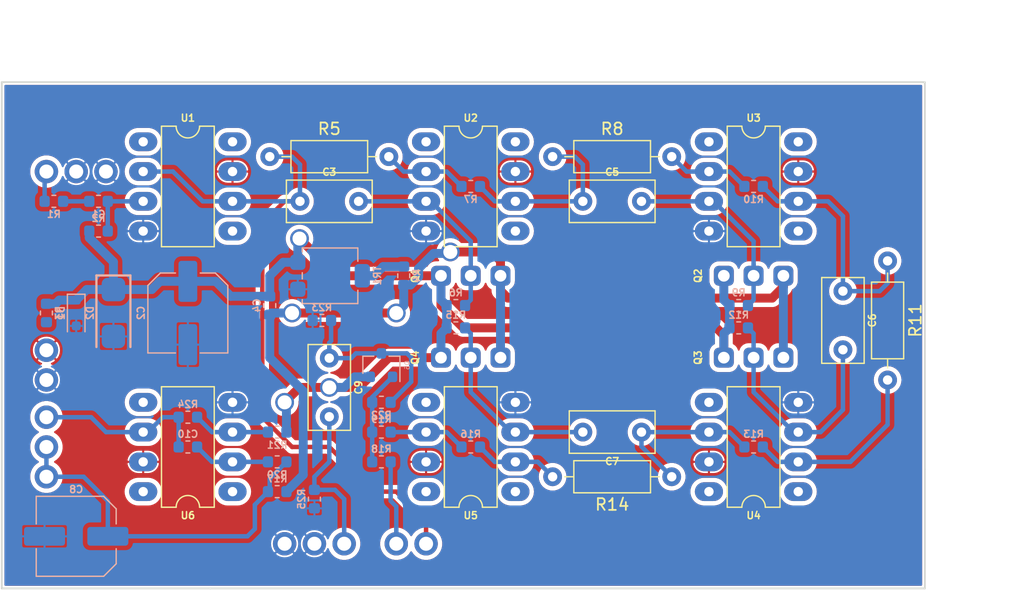
<source format=kicad_pcb>
(kicad_pcb (version 20171130) (host pcbnew "(5.0.2)-1")
  (layers (0 F.Cu signal) (31 B.Cu signal) (34 B.Paste user) (35 F.Paste user) (36 B.SilkS user) (37 F.SilkS user) (38 B.Mask user) (39 F.Mask user) (44 Edge.Cuts user))
  (net 0 "")
  (net 1 "Net-(Q5-Pad1)")
  (net 2 VREF)
  (net 3 "Net-(C9-Pad1)")
  (net 4 "Net-(C5-Pad1)")
  (net 5 "Net-(R10-Pad1)")
  (net 6 "Net-(C6-Pad2)")
  (net 7 "Net-(C1-Pad1)")
  (net 8 "Net-(C1-Pad2)")
  (net 9 +9.0VDC)
  (net 10 "Net-(R4-Pad2)")
  (net 11 VBIAS)
  (net 12 "Net-(C3-Pad1)")
  (net 13 "Net-(R5-Pad2)")
  (net 14 "Net-(C3-Pad2)")
  (net 15 "Net-(R16-Pad2)")
  (net 16 "Net-(R14-Pad2)")
  (net 17 "Net-(C5-Pad2)")
  (net 18 "Net-(C6-Pad1)")
  (net 19 "Net-(R11-Pad2)")
  (net 20 "Net-(C7-Pad1)")
  (net 21 "Net-(C7-Pad2)")
  (net 22 "Net-(C8-Pad1)")
  (net 23 "Net-(C10-Pad1)")
  (net 24 "Net-(R21-Pad1)")
  (net 25 GND)
  (net 26 "Net-(C10-Pad2)")
  (net 27 "Net-(U1-Pad8)")
  (net 28 "Net-(U1-Pad5)")
  (net 29 "Net-(U1-Pad1)")
  (net 30 "Net-(U4-Pad8)")
  (net 31 "Net-(U4-Pad5)")
  (net 32 "Net-(U4-Pad1)")
  (net 33 "Net-(R18-Pad1)")
  (net 34 "Net-(U2-Pad8)")
  (net 35 "Net-(U2-Pad5)")
  (net 36 "Net-(U2-Pad1)")
  (net 37 "Net-(U3-Pad1)")
  (net 38 "Net-(U3-Pad5)")
  (net 39 "Net-(U3-Pad8)")
  (net 40 "Net-(U5-Pad1)")
  (net 41 "Net-(U5-Pad5)")
  (net 42 "Net-(U5-Pad8)")
  (net 43 "Net-(U6-Pad8)")
  (net 44 "Net-(U6-Pad5)")
  (net 45 "Net-(U6-Pad1)")
  (net 46 "Net-(J2-Pad1)")
  (net 47 "Net-(C9-Pad2)")
  (module SA_Connectors_Wire:Wire_Pad_2x_1.2mm_Hole_2.0_Annular_2.54mm_Pitch (layer F.Cu) (at 177.8 137.16 270)
    (fp_text reference J1 hide)
    (fp_text value Conn_01x02 hide)
    (pad 1 thru_hole circle (at -1.27 0 270) (size 2 2) (drill 1.2) (layers *.Cu *.Mask) (net 9 +9.0VDC))
    (pad 2 thru_hole circle (at 1.27 0 270) (size 2 2) (drill 1.2) (layers *.Cu *.Mask) (net 25 GND))
  )
  (module SA_Connectors_Wire:Wire_Pad_3x_1.2mm_Hole_2.0_Annular_2.54mm_Pitch (layer F.Cu) (at 180.34 120.65)
    (fp_text reference J2 hide)
    (fp_text value Conn_01x03 hide)
    (pad 3 thru_hole circle (at 2.54 0) (size 2 2) (drill 1.2) (layers *.Cu *.Mask) (net 25 GND))
    (pad 2 thru_hole circle (at 0 0) (size 2 2) (drill 1.2) (layers *.Cu *.Mask) (net 25 GND))
    (pad 1 thru_hole circle (at -2.54 0) (size 2 2) (drill 1.2) (layers *.Cu *.Mask) (net 46 "Net-(J2-Pad1)"))
  )
  (module SA_Connectors_Wire:Wire_Pad_3x_1.2mm_Hole_2.0_Annular_2.54mm_Pitch (layer F.Cu) (at 200.66 152.4 180)
    (fp_text reference J3 hide)
    (fp_text value Conn_01x03 hide)
    (pad 1 thru_hole circle (at -2.54 0 180) (size 2 2) (drill 1.2) (layers *.Cu *.Mask) (net 47 "Net-(C9-Pad2)"))
    (pad 2 thru_hole circle (at 0 0 180) (size 2 2) (drill 1.2) (layers *.Cu *.Mask) (net 25 GND))
    (pad 3 thru_hole circle (at 2.54 0 180) (size 2 2) (drill 1.2) (layers *.Cu *.Mask) (net 25 GND))
  )
  (module SA_Capacitors_SMD:C_0603_1608M (layer B.Cu) (at 182.245 123.19)
    (fp_text reference C1 (at 0 1.1) (layer B.SilkS) (effects (font (size 0.6 0.6) (thickness 0.127)) (justify mirror)))
    (fp_text value 10n)
    (pad 1 smd roundrect (at -0.7875 0) (size 0.875 0.95) (layers B.Cu B.Paste B.Mask) (net 7 "Net-(C1-Pad1)"))
    (pad 2 smd roundrect (at 0.7875 0) (size 0.875 0.95) (layers B.Cu B.Paste B.Mask) (net 8 "Net-(C1-Pad2)"))
  )
  (module SA_Capacitors_SMD:C_0603_1608M (layer B.Cu) (at 196.85 132.08 270)
    (fp_text reference C4 (at 0 1.1 270) (layer B.SilkS) (effects (font (size 0.6 0.6) (thickness 0.127)) (justify mirror)))
    (fp_text value 47n)
    (pad 2 smd roundrect (at 0.7875 0 270) (size 0.875 0.95) (layers B.Cu B.Paste B.Mask) (net 11 VBIAS))
    (pad 1 smd roundrect (at -0.7875 0 270) (size 0.875 0.95) (layers B.Cu B.Paste B.Mask) (net 2 VREF))
  )
  (module SA_Capacitors_SMD:C_0603_1608M (layer B.Cu) (at 189.865 144.145 180)
    (fp_text reference C10 (at 0 1.1 180) (layer B.SilkS) (effects (font (size 0.6 0.6) (thickness 0.127)) (justify mirror)))
    (fp_text value 10n)
    (pad 1 smd roundrect (at -0.7875 0 180) (size 0.875 0.95) (layers B.Cu B.Paste B.Mask) (net 23 "Net-(C10-Pad1)"))
    (pad 2 smd roundrect (at 0.7875 0 180) (size 0.875 0.95) (layers B.Cu B.Paste B.Mask) (net 26 "Net-(C10-Pad2)"))
  )
  (module SA_Capacitors_SMD:Nichicon_UWT1V220MCL1GB_22uF_35V_6.3x5.4mm (layer B.Cu) (at 189.865 132.715 270)
    (fp_text reference C2 (at 0 4 270) (layer B.SilkS) (effects (font (size 0.6 0.6) (thickness 0.127)) (justify mirror)))
    (fp_text value 15u)
    (pad 2 smd roundrect (at 2.7 0 270) (size 3.5 1.6) (layers B.Cu B.Paste B.Mask) (roundrect_rratio 0.15625) (net 25 GND))
    (pad 1 smd roundrect (at -2.7 0 270) (size 3.5 1.6) (layers B.Cu B.Paste B.Mask) (roundrect_rratio 0.15625) (net 2 VREF))
  )
  (module SA_Capacitors_SMD:Nichicon_UWT1V220MCL1GB_22uF_35V_6.3x5.4mm (layer B.Cu) (at 180.34 151.765 180)
    (fp_text reference C8 (at 0 4 180) (layer B.SilkS) (effects (font (size 0.6 0.6) (thickness 0.127)) (justify mirror)))
    (fp_text value 15u)
    (pad 1 smd roundrect (at -2.7 0 180) (size 3.5 1.6) (layers B.Cu B.Paste B.Mask) (roundrect_rratio 0.15625) (net 22 "Net-(C8-Pad1)"))
    (pad 2 smd roundrect (at 2.7 0 180) (size 3.5 1.6) (layers B.Cu B.Paste B.Mask) (roundrect_rratio 0.15625) (net 25 GND))
  )
  (module SA_Capacitors_THT:Wima_MKS2F024701C00KSSD_47nF_250V_L7.2_W3.5_H8.5_P5.0 (layer F.Cu) (at 226.06 142.875 180)
    (fp_text reference C7 (at 0 -2.5 180) (layer F.SilkS) (effects (font (size 0.6 0.6) (thickness 0.127))))
    (fp_text value 47n)
    (pad 1 thru_hole circle (at -2.5 0 180) (size 1.6 1.6) (drill 0.8) (layers *.Cu *.Mask) (net 20 "Net-(C7-Pad1)"))
    (pad 2 thru_hole circle (at 2.5 0 180) (size 1.6 1.6) (drill 0.8) (layers *.Cu *.Mask) (net 21 "Net-(C7-Pad2)"))
  )
  (module SA_Capacitors_THT:Wima_MKS2F024701C00KSSD_47nF_250V_L7.2_W3.5_H8.5_P5.0 (layer F.Cu) (at 226.06 123.19)
    (fp_text reference C5 (at 0 -2.5) (layer F.SilkS) (effects (font (size 0.6 0.6) (thickness 0.127))))
    (fp_text value 47n)
    (pad 2 thru_hole circle (at 2.5 0) (size 1.6 1.6) (drill 0.8) (layers *.Cu *.Mask) (net 17 "Net-(C5-Pad2)"))
    (pad 1 thru_hole circle (at -2.5 0) (size 1.6 1.6) (drill 0.8) (layers *.Cu *.Mask) (net 4 "Net-(C5-Pad1)"))
  )
  (module SA_Capacitors_THT:Wima_MKS2F024701C00KSSD_47nF_250V_L7.2_W3.5_H8.5_P5.0 (layer F.Cu) (at 245.745 133.35 270)
    (fp_text reference C6 (at 0 -2.5 270) (layer F.SilkS) (effects (font (size 0.6 0.6) (thickness 0.127))))
    (fp_text value 47n)
    (pad 1 thru_hole circle (at -2.5 0 270) (size 1.6 1.6) (drill 0.8) (layers *.Cu *.Mask) (net 18 "Net-(C6-Pad1)"))
    (pad 2 thru_hole circle (at 2.5 0 270) (size 1.6 1.6) (drill 0.8) (layers *.Cu *.Mask) (net 6 "Net-(C6-Pad2)"))
  )
  (module SA_Capacitors_THT:Wima_MKS2F024701C00KSSD_47nF_250V_L7.2_W3.5_H8.5_P5.0 (layer F.Cu) (at 201.93 139.065 270)
    (fp_text reference C9 (at 0 -2.5 270) (layer F.SilkS) (effects (font (size 0.6 0.6) (thickness 0.127))))
    (fp_text value 47n)
    (pad 2 thru_hole circle (at 2.5 0 270) (size 1.6 1.6) (drill 0.8) (layers *.Cu *.Mask) (net 47 "Net-(C9-Pad2)"))
    (pad 1 thru_hole circle (at -2.5 0 270) (size 1.6 1.6) (drill 0.8) (layers *.Cu *.Mask) (net 3 "Net-(C9-Pad1)"))
  )
  (module SA_Capacitors_THT:Wima_MKS2F024701C00KSSD_47nF_250V_L7.2_W3.5_H8.5_P5.0 (layer F.Cu) (at 201.93 123.19)
    (fp_text reference C3 (at 0 -2.5) (layer F.SilkS) (effects (font (size 0.6 0.6) (thickness 0.127))))
    (fp_text value 47n)
    (pad 1 thru_hole circle (at -2.5 0) (size 1.6 1.6) (drill 0.8) (layers *.Cu *.Mask) (net 12 "Net-(C3-Pad1)"))
    (pad 2 thru_hole circle (at 2.5 0) (size 1.6 1.6) (drill 0.8) (layers *.Cu *.Mask) (net 14 "Net-(C3-Pad2)"))
  )
  (module SA_Connectors_Pin_Sockets_THT:PinSocket_01x03_P2.54mm (layer F.Cu) (at 213.995 136.525 90)
    (fp_text reference Q4 (at 0 -4.74 90) (layer F.SilkS) (effects (font (size 0.6 0.6) (thickness 0.127))))
    (fp_text value ON_Semi_MMBF5457_SOT-23-3)
    (pad 3 thru_hole roundrect (at 0 2.54 90) (size 1.7 1.7) (drill 1) (layers *.Cu *.Mask) (net 11 VBIAS))
    (pad 2 thru_hole roundrect (at 0 0 90) (size 1.7 1.7) (drill 1) (layers *.Cu *.Mask) (net 21 "Net-(C7-Pad2)"))
    (pad 1 thru_hole roundrect (at 0 -2.54 90) (size 1.7 1.7) (drill 1) (layers *.Cu *.Mask) (net 2 VREF))
  )
  (module SA_Connectors_Pin_Sockets_THT:PinSocket_01x03_P2.54mm (layer F.Cu) (at 238.125 129.54 90)
    (fp_text reference Q2 (at 0 -4.74 90) (layer F.SilkS) (effects (font (size 0.6 0.6) (thickness 0.127))))
    (fp_text value ON_Semi_MMBF5457_SOT-23-3)
    (pad 1 thru_hole roundrect (at 0 -2.54 90) (size 1.7 1.7) (drill 1) (layers *.Cu *.Mask) (net 2 VREF))
    (pad 2 thru_hole roundrect (at 0 0 90) (size 1.7 1.7) (drill 1) (layers *.Cu *.Mask) (net 17 "Net-(C5-Pad2)"))
    (pad 3 thru_hole roundrect (at 0 2.54 90) (size 1.7 1.7) (drill 1) (layers *.Cu *.Mask) (net 11 VBIAS))
  )
  (module SA_Connectors_Pin_Sockets_THT:PinSocket_01x03_P2.54mm (layer F.Cu) (at 213.995 129.54 90)
    (fp_text reference Q1 (at 0 -4.74 90) (layer F.SilkS) (effects (font (size 0.6 0.6) (thickness 0.127))))
    (fp_text value ON_Semi_MMBF5457_SOT-23-3)
    (pad 3 thru_hole roundrect (at 0 2.54 90) (size 1.7 1.7) (drill 1) (layers *.Cu *.Mask) (net 11 VBIAS))
    (pad 2 thru_hole roundrect (at 0 0 90) (size 1.7 1.7) (drill 1) (layers *.Cu *.Mask) (net 14 "Net-(C3-Pad2)"))
    (pad 1 thru_hole roundrect (at 0 -2.54 90) (size 1.7 1.7) (drill 1) (layers *.Cu *.Mask) (net 2 VREF))
  )
  (module SA_Connectors_Pin_Sockets_THT:PinSocket_01x03_P2.54mm (layer F.Cu) (at 238.125 136.525 90)
    (fp_text reference Q3 (at 0 -4.74 90) (layer F.SilkS) (effects (font (size 0.6 0.6) (thickness 0.127))))
    (fp_text value ON_Semi_MMBF5457_SOT-23-3)
    (pad 1 thru_hole roundrect (at 0 -2.54 90) (size 1.7 1.7) (drill 1) (layers *.Cu *.Mask) (net 2 VREF))
    (pad 2 thru_hole roundrect (at 0 0 90) (size 1.7 1.7) (drill 1) (layers *.Cu *.Mask) (net 6 "Net-(C6-Pad2)"))
    (pad 3 thru_hole roundrect (at 0 2.54 90) (size 1.7 1.7) (drill 1) (layers *.Cu *.Mask) (net 11 VBIAS))
  )
  (module SA_Connectors_Wire:Wire_Pad_2x_1.2mm_Hole_2.0_Annular_2.54mm_Pitch (layer F.Cu) (at 208.915 152.4 180)
    (fp_text reference SW1 hide)
    (fp_text value SW_SPST hide)
    (pad 1 thru_hole circle (at -1.27 0 180) (size 2 2) (drill 1.2) (layers *.Cu *.Mask) (net 12 "Net-(C3-Pad1)"))
    (pad 2 thru_hole circle (at 1.27 0 180) (size 2 2) (drill 1.2) (layers *.Cu *.Mask) (net 33 "Net-(R18-Pad1)"))
  )
  (module SA_Connectors_Wire:Wire_Pad_3x_1.2mm_Hole_2.0_Annular_2.54mm_Pitch (layer F.Cu) (at 177.8 144.145 90)
    (fp_text reference RV1 hide)
    (fp_text value 500k hide)
    (pad 1 thru_hole circle (at -2.54 0 90) (size 2 2) (drill 1.2) (layers *.Cu *.Mask) (net 22 "Net-(C8-Pad1)"))
    (pad 2 thru_hole circle (at 0 0 90) (size 2 2) (drill 1.2) (layers *.Cu *.Mask) (net 22 "Net-(C8-Pad1)"))
    (pad 3 thru_hole circle (at 2.54 0 90) (size 2 2) (drill 1.2) (layers *.Cu *.Mask) (net 26 "Net-(C10-Pad2)"))
  )
  (module SA_Diodes_SMD:ON_Semi_1N4148WS_SOD-323F-2 (layer B.Cu) (at 180.34 132.715 270)
    (fp_text reference D1 (at 0 1.3 270) (layer B.SilkS) (effects (font (size 0.6 0.6) (thickness 0.127)) (justify mirror)))
    (fp_text value ON_Semi_1N4148WS)
    (pad 2 smd roundrect (at 1.1 0 270) (size 0.75 0.75) (layers B.Cu B.Paste B.Mask) (net 25 GND))
    (pad 1 smd roundrect (at -1.1 0 270) (size 0.75 0.75) (layers B.Cu B.Paste B.Mask) (net 2 VREF))
  )
  (module SA_Diodes_SMD:ON_Semi_1SMA5918BT3G_SMA_DO-214AC (layer B.Cu) (at 183.515 132.715 270)
    (fp_text reference D2 (at 0 2 270) (layer B.SilkS) (effects (font (size 0.6 0.6) (thickness 0.127)) (justify mirror)))
    (fp_text value ON_Semi_1SMA5918BT3G)
    (pad 2 smd roundrect (at 2 0 270) (size 2 2) (layers B.Cu B.Paste B.Mask) (net 25 GND))
    (pad 1 smd roundrect (at -2 0 270) (size 2 2) (layers B.Cu B.Paste B.Mask) (net 2 VREF))
  )
  (module SA_Packages:DIP-8_W7.62mm_Socketed (layer F.Cu) (at 193.675 147.955 180)
    (fp_text reference U6 (at 3.81 -2.032 180) (layer F.SilkS) (effects (font (size 0.6 0.6) (thickness 0.127))))
    (fp_text value TL061)
    (pad 8 thru_hole oval (at 7.62 0 180) (size 2.4 1.6) (drill 0.8) (layers *.Cu *.Mask) (net 43 "Net-(U6-Pad8)"))
    (pad 4 thru_hole oval (at 0 7.62 180) (size 2.4 1.6) (drill 0.8) (layers *.Cu *.Mask) (net 25 GND))
    (pad 7 thru_hole oval (at 7.62 2.54 180) (size 2.4 1.6) (drill 0.8) (layers *.Cu *.Mask) (net 9 +9.0VDC))
    (pad 3 thru_hole oval (at 0 5.08 180) (size 2.4 1.6) (drill 0.8) (layers *.Cu *.Mask) (net 24 "Net-(R21-Pad1)"))
    (pad 6 thru_hole oval (at 7.62 5.08 180) (size 2.4 1.6) (drill 0.8) (layers *.Cu *.Mask) (net 26 "Net-(C10-Pad2)"))
    (pad 2 thru_hole oval (at 0 2.54 180) (size 2.4 1.6) (drill 0.8) (layers *.Cu *.Mask) (net 23 "Net-(C10-Pad1)"))
    (pad 5 thru_hole oval (at 7.62 7.62 180) (size 2.4 1.6) (drill 0.8) (layers *.Cu *.Mask) (net 44 "Net-(U6-Pad5)"))
    (pad 1 thru_hole oval (at 0 0 180) (size 2.4 1.6) (drill 0.8) (layers *.Cu *.Mask) (net 45 "Net-(U6-Pad1)"))
  )
  (module SA_Packages:DIP-8_W7.62mm_Socketed (layer F.Cu) (at 217.805 147.955 180)
    (fp_text reference U5 (at 3.81 -2.032 180) (layer F.SilkS) (effects (font (size 0.6 0.6) (thickness 0.127))))
    (fp_text value TL061)
    (pad 1 thru_hole oval (at 0 0 180) (size 2.4 1.6) (drill 0.8) (layers *.Cu *.Mask) (net 40 "Net-(U5-Pad1)"))
    (pad 5 thru_hole oval (at 7.62 7.62 180) (size 2.4 1.6) (drill 0.8) (layers *.Cu *.Mask) (net 41 "Net-(U5-Pad5)"))
    (pad 2 thru_hole oval (at 0 2.54 180) (size 2.4 1.6) (drill 0.8) (layers *.Cu *.Mask) (net 16 "Net-(R14-Pad2)"))
    (pad 6 thru_hole oval (at 7.62 5.08 180) (size 2.4 1.6) (drill 0.8) (layers *.Cu *.Mask) (net 15 "Net-(R16-Pad2)"))
    (pad 3 thru_hole oval (at 0 5.08 180) (size 2.4 1.6) (drill 0.8) (layers *.Cu *.Mask) (net 21 "Net-(C7-Pad2)"))
    (pad 7 thru_hole oval (at 7.62 2.54 180) (size 2.4 1.6) (drill 0.8) (layers *.Cu *.Mask) (net 9 +9.0VDC))
    (pad 4 thru_hole oval (at 0 7.62 180) (size 2.4 1.6) (drill 0.8) (layers *.Cu *.Mask) (net 25 GND))
    (pad 8 thru_hole oval (at 7.62 0 180) (size 2.4 1.6) (drill 0.8) (layers *.Cu *.Mask) (net 42 "Net-(U5-Pad8)"))
  )
  (module SA_Packages:DIP-8_W7.62mm_Socketed (layer F.Cu) (at 241.935 147.955 180)
    (fp_text reference U4 (at 3.81 -2.032 180) (layer F.SilkS) (effects (font (size 0.6 0.6) (thickness 0.127))))
    (fp_text value TL061)
    (pad 8 thru_hole oval (at 7.62 0 180) (size 2.4 1.6) (drill 0.8) (layers *.Cu *.Mask) (net 30 "Net-(U4-Pad8)"))
    (pad 4 thru_hole oval (at 0 7.62 180) (size 2.4 1.6) (drill 0.8) (layers *.Cu *.Mask) (net 25 GND))
    (pad 7 thru_hole oval (at 7.62 2.54 180) (size 2.4 1.6) (drill 0.8) (layers *.Cu *.Mask) (net 9 +9.0VDC))
    (pad 3 thru_hole oval (at 0 5.08 180) (size 2.4 1.6) (drill 0.8) (layers *.Cu *.Mask) (net 6 "Net-(C6-Pad2)"))
    (pad 6 thru_hole oval (at 7.62 5.08 180) (size 2.4 1.6) (drill 0.8) (layers *.Cu *.Mask) (net 20 "Net-(C7-Pad1)"))
    (pad 2 thru_hole oval (at 0 2.54 180) (size 2.4 1.6) (drill 0.8) (layers *.Cu *.Mask) (net 19 "Net-(R11-Pad2)"))
    (pad 5 thru_hole oval (at 7.62 7.62 180) (size 2.4 1.6) (drill 0.8) (layers *.Cu *.Mask) (net 31 "Net-(U4-Pad5)"))
    (pad 1 thru_hole oval (at 0 0 180) (size 2.4 1.6) (drill 0.8) (layers *.Cu *.Mask) (net 32 "Net-(U4-Pad1)"))
  )
  (module SA_Packages:DIP-8_W7.62mm_Socketed (layer F.Cu) (at 234.315 118.11)
    (fp_text reference U3 (at 3.81 -2.032) (layer F.SilkS) (effects (font (size 0.6 0.6) (thickness 0.127))))
    (fp_text value TL061)
    (pad 1 thru_hole oval (at 0 0) (size 2.4 1.6) (drill 0.8) (layers *.Cu *.Mask) (net 37 "Net-(U3-Pad1)"))
    (pad 5 thru_hole oval (at 7.62 7.62) (size 2.4 1.6) (drill 0.8) (layers *.Cu *.Mask) (net 38 "Net-(U3-Pad5)"))
    (pad 2 thru_hole oval (at 0 2.54) (size 2.4 1.6) (drill 0.8) (layers *.Cu *.Mask) (net 5 "Net-(R10-Pad1)"))
    (pad 6 thru_hole oval (at 7.62 5.08) (size 2.4 1.6) (drill 0.8) (layers *.Cu *.Mask) (net 18 "Net-(C6-Pad1)"))
    (pad 3 thru_hole oval (at 0 5.08) (size 2.4 1.6) (drill 0.8) (layers *.Cu *.Mask) (net 17 "Net-(C5-Pad2)"))
    (pad 7 thru_hole oval (at 7.62 2.54) (size 2.4 1.6) (drill 0.8) (layers *.Cu *.Mask) (net 9 +9.0VDC))
    (pad 4 thru_hole oval (at 0 7.62) (size 2.4 1.6) (drill 0.8) (layers *.Cu *.Mask) (net 25 GND))
    (pad 8 thru_hole oval (at 7.62 0) (size 2.4 1.6) (drill 0.8) (layers *.Cu *.Mask) (net 39 "Net-(U3-Pad8)"))
  )
  (module SA_Packages:DIP-8_W7.62mm_Socketed (layer F.Cu) (at 210.185 118.11)
    (fp_text reference U2 (at 3.81 -2.032) (layer F.SilkS) (effects (font (size 0.6 0.6) (thickness 0.127))))
    (fp_text value TL061)
    (pad 8 thru_hole oval (at 7.62 0) (size 2.4 1.6) (drill 0.8) (layers *.Cu *.Mask) (net 34 "Net-(U2-Pad8)"))
    (pad 4 thru_hole oval (at 0 7.62) (size 2.4 1.6) (drill 0.8) (layers *.Cu *.Mask) (net 25 GND))
    (pad 7 thru_hole oval (at 7.62 2.54) (size 2.4 1.6) (drill 0.8) (layers *.Cu *.Mask) (net 9 +9.0VDC))
    (pad 3 thru_hole oval (at 0 5.08) (size 2.4 1.6) (drill 0.8) (layers *.Cu *.Mask) (net 14 "Net-(C3-Pad2)"))
    (pad 6 thru_hole oval (at 7.62 5.08) (size 2.4 1.6) (drill 0.8) (layers *.Cu *.Mask) (net 4 "Net-(C5-Pad1)"))
    (pad 2 thru_hole oval (at 0 2.54) (size 2.4 1.6) (drill 0.8) (layers *.Cu *.Mask) (net 13 "Net-(R5-Pad2)"))
    (pad 5 thru_hole oval (at 7.62 7.62) (size 2.4 1.6) (drill 0.8) (layers *.Cu *.Mask) (net 35 "Net-(U2-Pad5)"))
    (pad 1 thru_hole oval (at 0 0) (size 2.4 1.6) (drill 0.8) (layers *.Cu *.Mask) (net 36 "Net-(U2-Pad1)"))
  )
  (module SA_Packages:DIP-8_W7.62mm_Socketed (layer F.Cu) (at 186.055 118.11)
    (fp_text reference U1 (at 3.81 -2.032) (layer F.SilkS) (effects (font (size 0.6 0.6) (thickness 0.127))))
    (fp_text value TL061)
    (pad 1 thru_hole oval (at 0 0) (size 2.4 1.6) (drill 0.8) (layers *.Cu *.Mask) (net 29 "Net-(U1-Pad1)"))
    (pad 5 thru_hole oval (at 7.62 7.62) (size 2.4 1.6) (drill 0.8) (layers *.Cu *.Mask) (net 28 "Net-(U1-Pad5)"))
    (pad 2 thru_hole oval (at 0 2.54) (size 2.4 1.6) (drill 0.8) (layers *.Cu *.Mask) (net 12 "Net-(C3-Pad1)"))
    (pad 6 thru_hole oval (at 7.62 5.08) (size 2.4 1.6) (drill 0.8) (layers *.Cu *.Mask) (net 12 "Net-(C3-Pad1)"))
    (pad 3 thru_hole oval (at 0 5.08) (size 2.4 1.6) (drill 0.8) (layers *.Cu *.Mask) (net 8 "Net-(C1-Pad2)"))
    (pad 7 thru_hole oval (at 7.62 2.54) (size 2.4 1.6) (drill 0.8) (layers *.Cu *.Mask) (net 9 +9.0VDC))
    (pad 4 thru_hole oval (at 0 7.62) (size 2.4 1.6) (drill 0.8) (layers *.Cu *.Mask) (net 25 GND))
    (pad 8 thru_hole oval (at 7.62 0) (size 2.4 1.6) (drill 0.8) (layers *.Cu *.Mask) (net 27 "Net-(U1-Pad8)"))
  )
  (module SA_Potentiometers_SMD:Bourns_3314G-1-104E (layer B.Cu) (at 201.93 129.54 90)
    (fp_text reference TR1 (at 0 4.1 -90) (layer B.SilkS) (effects (font (size 0.6 0.6) (thickness 0.127)) (justify mirror)))
    (fp_text value 250k)
    (pad 3 smd roundrect (at -1.15 -2.685 270) (size 1.3 1.3) (layers B.Cu B.Paste B.Mask) (net 25 GND))
    (pad 2 smd roundrect (at 0 2.815 270) (size 2 1.3) (layers B.Cu B.Paste B.Mask) (net 10 "Net-(R4-Pad2)"))
    (pad 1 smd roundrect (at 1.15 -2.685 270) (size 1.3 1.3) (layers B.Cu B.Paste B.Mask) (net 2 VREF))
  )
  (module SA_Resistors_SMD:R_0603_1608M (layer B.Cu) (at 212.725 133.985 180)
    (fp_text reference R15 (at 0 1.1 180) (layer B.SilkS) (effects (font (size 0.6 0.6) (thickness 0.127)) (justify mirror)))
    (fp_text value 24k)
    (pad 1 smd roundrect (at -0.7875 0 180) (size 0.875 0.95) (layers B.Cu B.Paste B.Mask) (net 21 "Net-(C7-Pad2)"))
    (pad 2 smd roundrect (at 0.7875 0 180) (size 0.875 0.95) (layers B.Cu B.Paste B.Mask) (net 2 VREF))
  )
  (module SA_Resistors_SMD:R_0603_1608M (layer B.Cu) (at 197.485 147.955 180)
    (fp_text reference R17 (at 0 1.1 180) (layer B.SilkS) (effects (font (size 0.6 0.6) (thickness 0.127)) (justify mirror)))
    (fp_text value 3M9)
    (pad 2 smd roundrect (at 0.7875 0 180) (size 0.875 0.95) (layers B.Cu B.Paste B.Mask) (net 22 "Net-(C8-Pad1)"))
    (pad 1 smd roundrect (at -0.7875 0 180) (size 0.875 0.95) (layers B.Cu B.Paste B.Mask) (net 11 VBIAS))
  )
  (module SA_Resistors_SMD:R_0603_1608M (layer B.Cu) (at 206.375 145.415 180)
    (fp_text reference R18 (at 0 1.1 180) (layer B.SilkS) (effects (font (size 0.6 0.6) (thickness 0.127)) (justify mirror)))
    (fp_text value 150k)
    (pad 1 smd roundrect (at -0.7875 0 180) (size 0.875 0.95) (layers B.Cu B.Paste B.Mask) (net 33 "Net-(R18-Pad1)"))
    (pad 2 smd roundrect (at 0.7875 0 180) (size 0.875 0.95) (layers B.Cu B.Paste B.Mask) (net 1 "Net-(Q5-Pad1)"))
  )
  (module SA_Resistors_SMD:R_0603_1608M (layer B.Cu) (at 206.375 142.875 180)
    (fp_text reference R19 (at 0 1.1 180) (layer B.SilkS) (effects (font (size 0.6 0.6) (thickness 0.127)) (justify mirror)))
    (fp_text value 150k)
    (pad 2 smd roundrect (at 0.7875 0 180) (size 0.875 0.95) (layers B.Cu B.Paste B.Mask) (net 1 "Net-(Q5-Pad1)"))
    (pad 1 smd roundrect (at -0.7875 0 180) (size 0.875 0.95) (layers B.Cu B.Paste B.Mask) (net 15 "Net-(R16-Pad2)"))
  )
  (module SA_Resistors_SMD:R_0603_1608M (layer B.Cu) (at 197.485 145.415)
    (fp_text reference R20 (at 0 1.1) (layer B.SilkS) (effects (font (size 0.6 0.6) (thickness 0.127)) (justify mirror)))
    (fp_text value 150k)
    (pad 1 smd roundrect (at -0.7875 0) (size 0.875 0.95) (layers B.Cu B.Paste B.Mask) (net 23 "Net-(C10-Pad1)"))
    (pad 2 smd roundrect (at 0.7875 0) (size 0.875 0.95) (layers B.Cu B.Paste B.Mask) (net 22 "Net-(C8-Pad1)"))
  )
  (module SA_Resistors_SMD:R_0603_1608M (layer B.Cu) (at 197.485 142.875)
    (fp_text reference R21 (at 0 1.1) (layer B.SilkS) (effects (font (size 0.6 0.6) (thickness 0.127)) (justify mirror)))
    (fp_text value 150k)
    (pad 2 smd roundrect (at 0.7875 0) (size 0.875 0.95) (layers B.Cu B.Paste B.Mask) (net 2 VREF))
    (pad 1 smd roundrect (at -0.7875 0) (size 0.875 0.95) (layers B.Cu B.Paste B.Mask) (net 24 "Net-(R21-Pad1)"))
  )
  (module SA_Resistors_SMD:R_0603_1608M (layer B.Cu) (at 206.375 140.335)
    (fp_text reference R22 (at 0 1.1) (layer B.SilkS) (effects (font (size 0.6 0.6) (thickness 0.127)) (justify mirror)))
    (fp_text value 150k)
    (pad 1 smd roundrect (at -0.7875 0) (size 0.875 0.95) (layers B.Cu B.Paste B.Mask) (net 1 "Net-(Q5-Pad1)"))
    (pad 2 smd roundrect (at 0.7875 0) (size 0.875 0.95) (layers B.Cu B.Paste B.Mask) (net 3 "Net-(C9-Pad1)"))
  )
  (module SA_Resistors_SMD:R_0603_1608M (layer B.Cu) (at 201.295 133.35 180)
    (fp_text reference R23 (at 0 1.1 180) (layer B.SilkS) (effects (font (size 0.6 0.6) (thickness 0.127)) (justify mirror)))
    (fp_text value 56k)
    (pad 2 smd roundrect (at 0.7875 0 180) (size 0.875 0.95) (layers B.Cu B.Paste B.Mask) (net 25 GND))
    (pad 1 smd roundrect (at -0.7875 0 180) (size 0.875 0.95) (layers B.Cu B.Paste B.Mask) (net 3 "Net-(C9-Pad1)"))
  )
  (module SA_Resistors_SMD:R_0603_1608M (layer B.Cu) (at 200.66 148.59 270)
    (fp_text reference R25 (at 0 1.1 270) (layer B.SilkS) (effects (font (size 0.6 0.6) (thickness 0.127)) (justify mirror)))
    (fp_text value 150k)
    (pad 1 smd roundrect (at -0.7875 0 270) (size 0.875 0.95) (layers B.Cu B.Paste B.Mask) (net 47 "Net-(C9-Pad2)"))
    (pad 2 smd roundrect (at 0.7875 0 270) (size 0.875 0.95) (layers B.Cu B.Paste B.Mask) (net 25 GND))
  )
  (module SA_Resistors_SMD:R_0603_1608M (layer B.Cu) (at 238.125 144.145 180)
    (fp_text reference R13 (at 0 1.1 180) (layer B.SilkS) (effects (font (size 0.6 0.6) (thickness 0.127)) (justify mirror)))
    (fp_text value 10k)
    (pad 2 smd roundrect (at 0.7875 0 180) (size 0.875 0.95) (layers B.Cu B.Paste B.Mask) (net 20 "Net-(C7-Pad1)"))
    (pad 1 smd roundrect (at -0.7875 0 180) (size 0.875 0.95) (layers B.Cu B.Paste B.Mask) (net 19 "Net-(R11-Pad2)"))
  )
  (module SA_Resistors_SMD:R_0603_1608M (layer B.Cu) (at 189.865 141.605 180)
    (fp_text reference R24 (at 0 1.1 180) (layer B.SilkS) (effects (font (size 0.6 0.6) (thickness 0.127)) (justify mirror)))
    (fp_text value 470k)
    (pad 1 smd roundrect (at -0.7875 0 180) (size 0.875 0.95) (layers B.Cu B.Paste B.Mask) (net 24 "Net-(R21-Pad1)"))
    (pad 2 smd roundrect (at 0.7875 0 180) (size 0.875 0.95) (layers B.Cu B.Paste B.Mask) (net 26 "Net-(C10-Pad2)"))
  )
  (module SA_Resistors_SMD:R_0603_1608M (layer B.Cu) (at 178.435 123.19)
    (fp_text reference R1 (at 0 1.1) (layer B.SilkS) (effects (font (size 0.6 0.6) (thickness 0.127)) (justify mirror)))
    (fp_text value 10k)
    (pad 2 smd roundrect (at 0.7875 0) (size 0.875 0.95) (layers B.Cu B.Paste B.Mask) (net 7 "Net-(C1-Pad1)"))
    (pad 1 smd roundrect (at -0.7875 0) (size 0.875 0.95) (layers B.Cu B.Paste B.Mask) (net 46 "Net-(J2-Pad1)"))
  )
  (module SA_Resistors_SMD:R_0603_1608M (layer B.Cu) (at 236.855 133.985 180)
    (fp_text reference R12 (at 0 1.1 180) (layer B.SilkS) (effects (font (size 0.6 0.6) (thickness 0.127)) (justify mirror)))
    (fp_text value 24k)
    (pad 1 smd roundrect (at -0.7875 0 180) (size 0.875 0.95) (layers B.Cu B.Paste B.Mask) (net 6 "Net-(C6-Pad2)"))
    (pad 2 smd roundrect (at 0.7875 0 180) (size 0.875 0.95) (layers B.Cu B.Paste B.Mask) (net 2 VREF))
  )
  (module SA_Resistors_SMD:R_0603_1608M (layer B.Cu) (at 238.125 121.92)
    (fp_text reference R10 (at 0 1.1) (layer B.SilkS) (effects (font (size 0.6 0.6) (thickness 0.127)) (justify mirror)))
    (fp_text value 10k)
    (pad 2 smd roundrect (at 0.7875 0) (size 0.875 0.95) (layers B.Cu B.Paste B.Mask) (net 18 "Net-(C6-Pad1)"))
    (pad 1 smd roundrect (at -0.7875 0) (size 0.875 0.95) (layers B.Cu B.Paste B.Mask) (net 5 "Net-(R10-Pad1)"))
  )
  (module SA_Resistors_SMD:R_0603_1608M (layer B.Cu) (at 236.855 132.08 180)
    (fp_text reference R9 (at 0 1.1 180) (layer B.SilkS) (effects (font (size 0.6 0.6) (thickness 0.127)) (justify mirror)))
    (fp_text value 24k)
    (pad 1 smd roundrect (at -0.7875 0 180) (size 0.875 0.95) (layers B.Cu B.Paste B.Mask) (net 17 "Net-(C5-Pad2)"))
    (pad 2 smd roundrect (at 0.7875 0 180) (size 0.875 0.95) (layers B.Cu B.Paste B.Mask) (net 2 VREF))
  )
  (module SA_Resistors_SMD:R_0603_1608M (layer B.Cu) (at 213.995 144.145 180)
    (fp_text reference R16 (at 0 1.1 180) (layer B.SilkS) (effects (font (size 0.6 0.6) (thickness 0.127)) (justify mirror)))
    (fp_text value 10k)
    (pad 2 smd roundrect (at 0.7875 0 180) (size 0.875 0.95) (layers B.Cu B.Paste B.Mask) (net 15 "Net-(R16-Pad2)"))
    (pad 1 smd roundrect (at -0.7875 0 180) (size 0.875 0.95) (layers B.Cu B.Paste B.Mask) (net 16 "Net-(R14-Pad2)"))
  )
  (module SA_Resistors_SMD:R_0603_1608M (layer B.Cu) (at 213.995 121.92)
    (fp_text reference R7 (at 0 1.1) (layer B.SilkS) (effects (font (size 0.6 0.6) (thickness 0.127)) (justify mirror)))
    (fp_text value 10k)
    (pad 1 smd roundrect (at -0.7875 0) (size 0.875 0.95) (layers B.Cu B.Paste B.Mask) (net 13 "Net-(R5-Pad2)"))
    (pad 2 smd roundrect (at 0.7875 0) (size 0.875 0.95) (layers B.Cu B.Paste B.Mask) (net 4 "Net-(C5-Pad1)"))
  )
  (module SA_Resistors_SMD:R_0603_1608M (layer B.Cu) (at 212.725 132.08 180)
    (fp_text reference R6 (at 0 1.1 180) (layer B.SilkS) (effects (font (size 0.6 0.6) (thickness 0.127)) (justify mirror)))
    (fp_text value 24k)
    (pad 2 smd roundrect (at 0.7875 0 180) (size 0.875 0.95) (layers B.Cu B.Paste B.Mask) (net 2 VREF))
    (pad 1 smd roundrect (at -0.7875 0 180) (size 0.875 0.95) (layers B.Cu B.Paste B.Mask) (net 14 "Net-(C3-Pad2)"))
  )
  (module SA_Resistors_SMD:R_0603_1608M (layer B.Cu) (at 208.28 129.54 90)
    (fp_text reference R4 (at 0 1.1 90) (layer B.SilkS) (effects (font (size 0.6 0.6) (thickness 0.127)) (justify mirror)))
    (fp_text value 1M)
    (pad 1 smd roundrect (at -0.7875 0 90) (size 0.875 0.95) (layers B.Cu B.Paste B.Mask) (net 11 VBIAS))
    (pad 2 smd roundrect (at 0.7875 0 90) (size 0.875 0.95) (layers B.Cu B.Paste B.Mask) (net 10 "Net-(R4-Pad2)"))
  )
  (module SA_Resistors_SMD:R_0603_1608M (layer B.Cu) (at 177.8 132.715 90)
    (fp_text reference R3 (at 0 1.1 90) (layer B.SilkS) (effects (font (size 0.6 0.6) (thickness 0.127)) (justify mirror)))
    (fp_text value 10k)
    (pad 2 smd roundrect (at 0.7875 0 90) (size 0.875 0.95) (layers B.Cu B.Paste B.Mask) (net 2 VREF))
    (pad 1 smd roundrect (at -0.7875 0 90) (size 0.875 0.95) (layers B.Cu B.Paste B.Mask) (net 9 +9.0VDC))
  )
  (module SA_Resistors_SMD:R_0603_1608M (layer B.Cu) (at 182.245 125.73 180)
    (fp_text reference R2 (at 0 1.1 180) (layer B.SilkS) (effects (font (size 0.6 0.6) (thickness 0.127)) (justify mirror)))
    (fp_text value 470k)
    (pad 1 smd roundrect (at -0.7875 0 180) (size 0.875 0.95) (layers B.Cu B.Paste B.Mask) (net 8 "Net-(C1-Pad2)"))
    (pad 2 smd roundrect (at 0.7875 0 180) (size 0.875 0.95) (layers B.Cu B.Paste B.Mask) (net 2 VREF))
  )
  (module SA_Resistors_THT:R_Axial_DIN0207_L6.3mm_D2.5mm_P10.16mm_Horizontal (layer F.Cu) (at 226.06 146.685 180)
    (fp_text reference R14 (at 0 -2.37 180) (layer F.SilkS))
    (fp_text value 10k)
    (pad 2 thru_hole oval (at 5.08 0 180) (size 1.6 1.6) (drill 0.8) (layers *.Cu *.Mask) (net 16 "Net-(R14-Pad2)"))
    (pad 1 thru_hole circle (at -5.08 0 180) (size 1.6 1.6) (drill 0.8) (layers *.Cu *.Mask) (net 20 "Net-(C7-Pad1)"))
  )
  (module SA_Resistors_THT:R_Axial_DIN0207_L6.3mm_D2.5mm_P10.16mm_Horizontal (layer F.Cu) (at 249.555 133.35 270)
    (fp_text reference R11 (at 0 -2.37 270) (layer F.SilkS))
    (fp_text value 10k)
    (pad 1 thru_hole circle (at -5.08 0 270) (size 1.6 1.6) (drill 0.8) (layers *.Cu *.Mask) (net 18 "Net-(C6-Pad1)"))
    (pad 2 thru_hole oval (at 5.08 0 270) (size 1.6 1.6) (drill 0.8) (layers *.Cu *.Mask) (net 19 "Net-(R11-Pad2)"))
  )
  (module SA_Resistors_THT:R_Axial_DIN0207_L6.3mm_D2.5mm_P10.16mm_Horizontal (layer F.Cu) (at 201.93 119.38)
    (fp_text reference R5 (at 0 -2.37) (layer F.SilkS))
    (fp_text value 10k)
    (pad 2 thru_hole oval (at 5.08 0) (size 1.6 1.6) (drill 0.8) (layers *.Cu *.Mask) (net 13 "Net-(R5-Pad2)"))
    (pad 1 thru_hole circle (at -5.08 0) (size 1.6 1.6) (drill 0.8) (layers *.Cu *.Mask) (net 12 "Net-(C3-Pad1)"))
  )
  (module SA_Resistors_THT:R_Axial_DIN0207_L6.3mm_D2.5mm_P10.16mm_Horizontal (layer F.Cu) (at 226.06 119.38)
    (fp_text reference R8 (at 0 -2.37) (layer F.SilkS))
    (fp_text value 10k)
    (pad 1 thru_hole circle (at -5.08 0) (size 1.6 1.6) (drill 0.8) (layers *.Cu *.Mask) (net 4 "Net-(C5-Pad1)"))
    (pad 2 thru_hole oval (at 5.08 0) (size 1.6 1.6) (drill 0.8) (layers *.Cu *.Mask) (net 5 "Net-(R10-Pad1)"))
  )
  (module SA_Transistors_BJT_SMD:ON_Semi_SMMBT3906LT1G_SOT-23-3 (layer B.Cu) (at 206.375 137.16 90)
    (fp_text reference Q5 (at 0 2.2 90) (layer B.SilkS) (effects (font (size 0.4 0.4) (thickness 0.05)) (justify mirror)))
    (fp_text value ON_Semi_SMMBT3906LT1G)
    (pad 1 smd roundrect (at -1 0.95 90) (size 0.9 0.8) (layers B.Cu B.Paste B.Mask) (net 1 "Net-(Q5-Pad1)"))
    (pad 2 smd roundrect (at -1 -0.95 90) (size 0.9 0.8) (layers B.Cu B.Paste B.Mask) (net 2 VREF))
    (pad 3 smd roundrect (at 1 0 90) (size 0.9 0.8) (layers B.Cu B.Paste B.Mask) (net 3 "Net-(C9-Pad1)"))
  )
  (gr_line (start 173.99 113.03) (end 240.03 113.03) (layer Edge.Cuts) (width 0.15))
  (gr_line (start 173.99 123.19) (end 173.99 113.03) (layer Edge.Cuts) (width 0.15))
  (gr_line (start 173.99 156.21) (end 173.99 123.19) (layer Edge.Cuts) (width 0.15))
  (gr_line (start 191.77 156.21) (end 173.99 156.21) (layer Edge.Cuts) (width 0.15))
  (gr_line (start 252.73 156.21) (end 191.77 156.21) (layer Edge.Cuts) (width 0.15))
  (gr_line (start 252.73 146.05) (end 252.73 156.21) (layer Edge.Cuts) (width 0.15))
  (gr_line (start 252.73 113.03) (end 252.73 146.05) (layer Edge.Cuts) (width 0.15))
  (gr_line (start 240.03 113.03) (end 252.73 113.03) (layer Edge.Cuts) (width 0.15))
  (segment (start 205.5875 140.335) (end 205.5875 142.875) (width 0.381) (layer B.Cu) (net 1))
  (segment (start 205.5875 145.415) (end 205.5875 142.875) (width 0.381) (layer B.Cu) (net 1))
  (segment (start 205.5875 139.8975) (end 207.325 138.16) (width 0.381) (layer B.Cu) (net 1))
  (segment (start 205.5875 140.335) (end 205.5875 139.8975) (width 0.381) (layer B.Cu) (net 1))
  (segment (start 177.8 131.9275) (end 178.5875 131.9275) (width 0.762) (layer B.Cu) (net 2))
  (segment (start 178.9 131.615) (end 180.34 131.615) (width 0.762) (layer B.Cu) (net 2))
  (segment (start 178.5875 131.9275) (end 178.9 131.615) (width 0.762) (layer B.Cu) (net 2))
  (segment (start 181.24 130.715) (end 183.515 130.715) (width 0.762) (layer B.Cu) (net 2))
  (segment (start 180.34 131.615) (end 181.24 130.715) (width 0.762) (layer B.Cu) (net 2))
  (segment (start 183.515 130.715) (end 186.785 130.715) (width 0.762) (layer B.Cu) (net 2))
  (segment (start 187.485 130.015) (end 189.865 130.015) (width 0.762) (layer B.Cu) (net 2))
  (segment (start 186.785 130.715) (end 187.485 130.015) (width 0.762) (layer B.Cu) (net 2))
  (segment (start 211.455 131.5975) (end 211.9375 132.08) (width 0.762) (layer B.Cu) (net 2))
  (segment (start 211.455 129.54) (end 211.455 131.5975) (width 0.762) (layer B.Cu) (net 2))
  (segment (start 211.9375 132.08) (end 211.9375 133.985) (width 0.762) (layer B.Cu) (net 2))
  (segment (start 211.455 134.4675) (end 211.9375 133.985) (width 0.762) (layer B.Cu) (net 2))
  (segment (start 211.455 136.525) (end 211.455 134.4675) (width 0.762) (layer B.Cu) (net 2))
  (segment (start 235.585 131.5975) (end 236.0675 132.08) (width 0.762) (layer B.Cu) (net 2))
  (segment (start 235.585 129.54) (end 235.585 131.5975) (width 0.762) (layer B.Cu) (net 2))
  (segment (start 235.585 134.4675) (end 236.0675 133.985) (width 0.762) (layer B.Cu) (net 2))
  (segment (start 235.585 136.525) (end 235.585 134.4675) (width 0.762) (layer B.Cu) (net 2))
  (segment (start 183.515 128.3625) (end 183.515 130.715) (width 0.762) (layer B.Cu) (net 2))
  (segment (start 181.4575 125.73) (end 181.4575 126.305) (width 0.762) (layer B.Cu) (net 2))
  (segment (start 181.4575 126.305) (end 183.515 128.3625) (width 0.762) (layer B.Cu) (net 2))
  (via (at 199.39 126.365) (size 1.6) (drill 1.2) (layers F.Cu B.Cu) (net 2))
  (segment (start 199.245 128.39) (end 199.245 126.51) (width 0.762) (layer B.Cu) (net 2))
  (segment (start 199.245 126.51) (end 199.39 126.365) (width 0.762) (layer B.Cu) (net 2))
  (segment (start 202.565 129.54) (end 211.455 129.54) (width 0.762) (layer F.Cu) (net 2))
  (segment (start 199.39 126.365) (end 202.565 129.54) (width 0.762) (layer F.Cu) (net 2))
  (segment (start 235.585 134.62) (end 235.585 136.525) (width 0.762) (layer F.Cu) (net 2))
  (segment (start 234.95 133.985) (end 235.585 134.62) (width 0.762) (layer F.Cu) (net 2))
  (segment (start 213.36 133.985) (end 234.95 133.985) (width 0.762) (layer F.Cu) (net 2))
  (segment (start 211.455 129.54) (end 211.455 132.08) (width 0.762) (layer F.Cu) (net 2))
  (segment (start 211.455 132.08) (end 213.36 133.985) (width 0.762) (layer F.Cu) (net 2))
  (via (at 198.12 140.335) (size 1.6) (drill 1.2) (layers F.Cu B.Cu) (net 2))
  (segment (start 198.2725 142.875) (end 198.2725 140.4875) (width 0.762) (layer B.Cu) (net 2))
  (segment (start 198.2725 140.4875) (end 198.12 140.335) (width 0.762) (layer B.Cu) (net 2))
  (segment (start 198.12 140.335) (end 198.919999 139.535001) (width 0.762) (layer F.Cu) (net 2))
  (via (at 201.93 139.065) (size 1.6) (drill 1.2) (layers F.Cu B.Cu) (net 2))
  (segment (start 198.919999 139.535001) (end 199.39 139.065) (width 0.762) (layer F.Cu) (net 2))
  (segment (start 199.39 139.065) (end 201.93 139.065) (width 0.762) (layer F.Cu) (net 2))
  (segment (start 201.93 139.065) (end 203.2 139.065) (width 0.762) (layer B.Cu) (net 2))
  (segment (start 204.105 138.16) (end 205.425 138.16) (width 0.762) (layer B.Cu) (net 2))
  (segment (start 203.2 139.065) (end 204.105 138.16) (width 0.762) (layer B.Cu) (net 2))
  (segment (start 201.93 139.065) (end 204.47 139.065) (width 0.762) (layer F.Cu) (net 2))
  (segment (start 207.01 136.525) (end 211.455 136.525) (width 0.762) (layer F.Cu) (net 2))
  (segment (start 204.47 139.065) (end 207.01 136.525) (width 0.762) (layer F.Cu) (net 2))
  (segment (start 192.245 130.015) (end 189.865 130.015) (width 0.762) (layer B.Cu) (net 2))
  (segment (start 196.85 131.2925) (end 193.5225 131.2925) (width 0.762) (layer B.Cu) (net 2))
  (segment (start 193.5225 131.2925) (end 192.245 130.015) (width 0.762) (layer B.Cu) (net 2))
  (segment (start 198 128.39) (end 199.245 128.39) (width 0.762) (layer B.Cu) (net 2))
  (segment (start 196.85 131.2925) (end 196.85 129.54) (width 0.762) (layer B.Cu) (net 2))
  (segment (start 196.85 129.54) (end 198 128.39) (width 0.762) (layer B.Cu) (net 2))
  (segment (start 236.0675 132.08) (end 236.0675 133.985) (width 0.762) (layer B.Cu) (net 2))
  (segment (start 208.915 138.5825) (end 208.915 136.525) (width 0.381) (layer B.Cu) (net 3))
  (segment (start 207.1625 140.335) (end 208.915 138.5825) (width 0.381) (layer B.Cu) (net 3))
  (segment (start 208.915 136.525) (end 208.55 136.16) (width 0.381) (layer B.Cu) (net 3))
  (segment (start 208.55 136.16) (end 206.375 136.16) (width 0.381) (layer B.Cu) (net 3))
  (segment (start 206.375 136.16) (end 204.2 136.16) (width 0.381) (layer B.Cu) (net 3))
  (segment (start 203.795 136.565) (end 201.93 136.565) (width 0.381) (layer B.Cu) (net 3))
  (segment (start 204.2 136.16) (end 203.795 136.565) (width 0.381) (layer B.Cu) (net 3))
  (segment (start 201.93 136.565) (end 201.93 135.255) (width 0.381) (layer B.Cu) (net 3))
  (segment (start 202.0825 135.1025) (end 202.0825 133.35) (width 0.381) (layer B.Cu) (net 3))
  (segment (start 201.93 135.255) (end 202.0825 135.1025) (width 0.381) (layer B.Cu) (net 3))
  (segment (start 223.56 123.19) (end 217.805 123.19) (width 0.381) (layer B.Cu) (net 4))
  (segment (start 223.56 120.055) (end 223.56 123.19) (width 0.381) (layer B.Cu) (net 4))
  (segment (start 220.98 119.38) (end 222.885 119.38) (width 0.381) (layer B.Cu) (net 4))
  (segment (start 222.885 119.38) (end 223.56 120.055) (width 0.381) (layer B.Cu) (net 4))
  (segment (start 216.0525 123.19) (end 214.7825 121.92) (width 0.381) (layer B.Cu) (net 4))
  (segment (start 217.805 123.19) (end 216.0525 123.19) (width 0.381) (layer B.Cu) (net 4))
  (segment (start 236.0675 120.65) (end 237.3375 121.92) (width 0.381) (layer B.Cu) (net 5))
  (segment (start 234.315 120.65) (end 236.0675 120.65) (width 0.381) (layer B.Cu) (net 5))
  (segment (start 232.41 120.65) (end 231.14 119.38) (width 0.381) (layer B.Cu) (net 5))
  (segment (start 234.315 120.65) (end 232.41 120.65) (width 0.381) (layer B.Cu) (net 5))
  (segment (start 238.125 134.4675) (end 237.6425 133.985) (width 0.381) (layer B.Cu) (net 6))
  (segment (start 238.125 136.525) (end 238.125 134.4675) (width 0.381) (layer B.Cu) (net 6))
  (segment (start 241.535 142.875) (end 238.125 139.465) (width 0.381) (layer B.Cu) (net 6))
  (segment (start 241.935 142.875) (end 241.535 142.875) (width 0.381) (layer B.Cu) (net 6))
  (segment (start 238.125 139.465) (end 238.125 136.525) (width 0.381) (layer B.Cu) (net 6))
  (segment (start 243.84 142.875) (end 241.935 142.875) (width 0.381) (layer B.Cu) (net 6))
  (segment (start 245.745 135.85) (end 245.745 140.97) (width 0.381) (layer B.Cu) (net 6))
  (segment (start 245.745 140.97) (end 243.84 142.875) (width 0.381) (layer B.Cu) (net 6))
  (segment (start 181.4575 123.19) (end 179.2225 123.19) (width 0.381) (layer B.Cu) (net 7))
  (segment (start 186.055 123.19) (end 183.0325 123.19) (width 0.381) (layer B.Cu) (net 8))
  (segment (start 183.0325 123.19) (end 183.0325 125.73) (width 0.381) (layer B.Cu) (net 8))
  (segment (start 204.745 129.54) (end 205.74 129.54) (width 0.762) (layer B.Cu) (net 10))
  (segment (start 206.5275 128.7525) (end 208.28 128.7525) (width 0.762) (layer B.Cu) (net 10))
  (segment (start 205.74 129.54) (end 206.5275 128.7525) (width 0.762) (layer B.Cu) (net 10))
  (segment (start 216.535 129.54) (end 216.535 136.525) (width 0.762) (layer B.Cu) (net 11))
  (segment (start 240.665 129.54) (end 240.665 136.525) (width 0.762) (layer B.Cu) (net 11))
  (segment (start 199.707489 146.520011) (end 198.734112 147.493388) (width 0.762) (layer B.Cu) (net 11))
  (segment (start 198.734112 147.493388) (end 198.2725 147.955) (width 0.762) (layer B.Cu) (net 11))
  (segment (start 199.707489 139.382489) (end 199.707489 146.520011) (width 0.762) (layer B.Cu) (net 11))
  (segment (start 196.85 136.525) (end 199.707489 139.382489) (width 0.762) (layer B.Cu) (net 11))
  (segment (start 216.535 130.81) (end 216.535 129.54) (width 0.762) (layer F.Cu) (net 11))
  (segment (start 217.17 131.445) (end 216.535 130.81) (width 0.762) (layer F.Cu) (net 11))
  (segment (start 239.71 131.445) (end 217.17 131.445) (width 0.762) (layer F.Cu) (net 11))
  (segment (start 240.665 129.54) (end 240.665 130.49) (width 0.762) (layer F.Cu) (net 11))
  (segment (start 240.665 130.49) (end 239.71 131.445) (width 0.762) (layer F.Cu) (net 11))
  (segment (start 208.855 130.3275) (end 209.55 129.6325) (width 0.762) (layer B.Cu) (net 11))
  (segment (start 208.28 130.3275) (end 208.855 130.3275) (width 0.762) (layer B.Cu) (net 11))
  (segment (start 209.55 128.916314) (end 210.831314 127.635) (width 0.762) (layer B.Cu) (net 11))
  (segment (start 209.55 129.6325) (end 209.55 128.916314) (width 0.762) (layer B.Cu) (net 11))
  (via (at 212.254151 127.509) (size 1.6) (drill 1.2) (layers F.Cu B.Cu) (net 11))
  (segment (start 210.831314 127.635) (end 212.128151 127.635) (width 0.762) (layer B.Cu) (net 11))
  (segment (start 212.128151 127.635) (end 212.254151 127.509) (width 0.762) (layer B.Cu) (net 11))
  (segment (start 212.254151 127.509) (end 215.774 127.509) (width 0.762) (layer F.Cu) (net 11))
  (segment (start 216.535 128.27) (end 216.535 129.54) (width 0.762) (layer F.Cu) (net 11))
  (segment (start 215.774 127.509) (end 216.535 128.27) (width 0.762) (layer F.Cu) (net 11))
  (via (at 207.645 132.715) (size 1.6) (drill 1.2) (layers F.Cu B.Cu) (net 11))
  (segment (start 207.645 132.715) (end 198.755 132.715) (width 0.762) (layer F.Cu) (net 11))
  (via (at 198.755 132.715) (size 1.6) (drill 1.2) (layers F.Cu B.Cu) (net 11))
  (segment (start 208.28 132.08) (end 207.645 132.715) (width 0.762) (layer B.Cu) (net 11))
  (segment (start 208.28 130.3275) (end 208.28 132.08) (width 0.762) (layer B.Cu) (net 11))
  (segment (start 196.85 132.8675) (end 196.85 136.525) (width 0.762) (layer B.Cu) (net 11))
  (segment (start 197.0025 132.715) (end 196.85 132.8675) (width 0.762) (layer B.Cu) (net 11))
  (segment (start 198.755 132.715) (end 197.0025 132.715) (width 0.762) (layer B.Cu) (net 11))
  (segment (start 198.755 119.38) (end 196.85 119.38) (width 0.381) (layer B.Cu) (net 12))
  (segment (start 199.43 123.19) (end 199.43 120.055) (width 0.381) (layer B.Cu) (net 12))
  (segment (start 199.43 120.055) (end 198.755 119.38) (width 0.381) (layer B.Cu) (net 12))
  (segment (start 199.43 123.19) (end 193.675 123.19) (width 0.381) (layer B.Cu) (net 12))
  (segment (start 193.675 123.19) (end 191.135 123.19) (width 0.381) (layer B.Cu) (net 12))
  (segment (start 188.595 120.65) (end 186.055 120.65) (width 0.381) (layer B.Cu) (net 12))
  (segment (start 191.135 123.19) (end 188.595 120.65) (width 0.381) (layer B.Cu) (net 12))
  (segment (start 198.12 123.19) (end 199.43 123.19) (width 0.381) (layer F.Cu) (net 12))
  (segment (start 196.215 125.095) (end 198.12 123.19) (width 0.381) (layer F.Cu) (net 12))
  (segment (start 196.215 141.605) (end 196.215 125.095) (width 0.381) (layer F.Cu) (net 12))
  (segment (start 210.185 150.495) (end 207.645 147.955) (width 0.381) (layer F.Cu) (net 12))
  (segment (start 210.185 152.4) (end 210.185 150.495) (width 0.381) (layer F.Cu) (net 12))
  (segment (start 207.645 147.955) (end 205.74 147.955) (width 0.381) (layer F.Cu) (net 12))
  (segment (start 205.74 147.955) (end 201.93 144.145) (width 0.381) (layer F.Cu) (net 12))
  (segment (start 201.93 144.145) (end 198.755 144.145) (width 0.381) (layer F.Cu) (net 12))
  (segment (start 198.755 144.145) (end 196.215 141.605) (width 0.381) (layer F.Cu) (net 12))
  (segment (start 211.9375 120.65) (end 213.2075 121.92) (width 0.381) (layer B.Cu) (net 13))
  (segment (start 210.185 120.65) (end 211.9375 120.65) (width 0.381) (layer B.Cu) (net 13))
  (segment (start 208.28 120.65) (end 207.01 119.38) (width 0.381) (layer B.Cu) (net 13))
  (segment (start 210.185 120.65) (end 208.28 120.65) (width 0.381) (layer B.Cu) (net 13))
  (segment (start 213.995 131.5975) (end 213.5125 132.08) (width 0.381) (layer B.Cu) (net 14))
  (segment (start 213.995 129.54) (end 213.995 131.5975) (width 0.381) (layer B.Cu) (net 14))
  (segment (start 208.604 123.19) (end 204.43 123.19) (width 0.381) (layer B.Cu) (net 14))
  (segment (start 210.185 123.19) (end 208.604 123.19) (width 0.381) (layer B.Cu) (net 14))
  (segment (start 213.995 128.59) (end 213.995 129.54) (width 0.381) (layer B.Cu) (net 14))
  (segment (start 213.995 126.6) (end 213.995 128.59) (width 0.381) (layer B.Cu) (net 14))
  (segment (start 210.585 123.19) (end 213.995 126.6) (width 0.381) (layer B.Cu) (net 14))
  (segment (start 210.185 123.19) (end 210.585 123.19) (width 0.381) (layer B.Cu) (net 14))
  (segment (start 207.1625 142.875) (end 210.185 142.875) (width 0.381) (layer B.Cu) (net 15))
  (segment (start 211.9375 142.875) (end 213.2075 144.145) (width 0.381) (layer B.Cu) (net 15))
  (segment (start 210.185 142.875) (end 211.9375 142.875) (width 0.381) (layer B.Cu) (net 15))
  (segment (start 216.0525 145.415) (end 214.7825 144.145) (width 0.381) (layer B.Cu) (net 16))
  (segment (start 217.805 145.415) (end 216.0525 145.415) (width 0.381) (layer B.Cu) (net 16))
  (segment (start 219.71 145.415) (end 220.98 146.685) (width 0.381) (layer B.Cu) (net 16))
  (segment (start 217.805 145.415) (end 219.71 145.415) (width 0.381) (layer B.Cu) (net 16))
  (segment (start 238.125 131.5975) (end 237.6425 132.08) (width 0.381) (layer B.Cu) (net 17))
  (segment (start 238.125 129.54) (end 238.125 131.5975) (width 0.381) (layer B.Cu) (net 17))
  (segment (start 228.56 123.19) (end 234.315 123.19) (width 0.381) (layer B.Cu) (net 17))
  (segment (start 238.125 128.59) (end 238.125 129.54) (width 0.381) (layer B.Cu) (net 17))
  (segment (start 238.125 126.6) (end 238.125 128.59) (width 0.381) (layer B.Cu) (net 17))
  (segment (start 234.715 123.19) (end 238.125 126.6) (width 0.381) (layer B.Cu) (net 17))
  (segment (start 234.315 123.19) (end 234.715 123.19) (width 0.381) (layer B.Cu) (net 17))
  (segment (start 244.475 123.19) (end 241.935 123.19) (width 0.381) (layer B.Cu) (net 18))
  (segment (start 245.745 130.85) (end 245.745 124.46) (width 0.381) (layer B.Cu) (net 18))
  (segment (start 245.745 124.46) (end 244.475 123.19) (width 0.381) (layer B.Cu) (net 18))
  (segment (start 249.555 130.175) (end 249.555 128.27) (width 0.381) (layer B.Cu) (net 18))
  (segment (start 245.745 130.85) (end 248.88 130.85) (width 0.381) (layer B.Cu) (net 18))
  (segment (start 248.88 130.85) (end 249.555 130.175) (width 0.381) (layer B.Cu) (net 18))
  (segment (start 240.1825 123.19) (end 238.9125 121.92) (width 0.381) (layer B.Cu) (net 18))
  (segment (start 241.935 123.19) (end 240.1825 123.19) (width 0.381) (layer B.Cu) (net 18))
  (segment (start 240.1825 145.415) (end 238.9125 144.145) (width 0.381) (layer B.Cu) (net 19))
  (segment (start 241.935 145.415) (end 240.1825 145.415) (width 0.381) (layer B.Cu) (net 19))
  (segment (start 249.555 138.43) (end 249.555 142.24) (width 0.381) (layer B.Cu) (net 19))
  (segment (start 246.38 145.415) (end 241.935 145.415) (width 0.381) (layer B.Cu) (net 19))
  (segment (start 249.555 142.24) (end 246.38 145.415) (width 0.381) (layer B.Cu) (net 19))
  (segment (start 228.56 144.105) (end 231.14 146.685) (width 0.381) (layer B.Cu) (net 20))
  (segment (start 228.56 142.875) (end 228.56 144.105) (width 0.381) (layer B.Cu) (net 20))
  (segment (start 228.56 142.875) (end 234.315 142.875) (width 0.381) (layer B.Cu) (net 20))
  (segment (start 236.0675 142.875) (end 237.3375 144.145) (width 0.381) (layer B.Cu) (net 20))
  (segment (start 234.315 142.875) (end 236.0675 142.875) (width 0.381) (layer B.Cu) (net 20))
  (segment (start 213.995 134.4675) (end 213.5125 133.985) (width 0.381) (layer B.Cu) (net 21))
  (segment (start 213.995 136.525) (end 213.995 134.4675) (width 0.381) (layer B.Cu) (net 21))
  (segment (start 223.56 142.875) (end 217.805 142.875) (width 0.381) (layer B.Cu) (net 21))
  (segment (start 213.995 137.475) (end 213.995 136.525) (width 0.381) (layer B.Cu) (net 21))
  (segment (start 213.995 139.465) (end 213.995 137.475) (width 0.381) (layer B.Cu) (net 21))
  (segment (start 217.405 142.875) (end 213.995 139.465) (width 0.381) (layer B.Cu) (net 21))
  (segment (start 217.805 142.875) (end 217.405 142.875) (width 0.381) (layer B.Cu) (net 21))
  (segment (start 197.70651 145.98099) (end 198.2725 145.415) (width 0.381) (layer B.Cu) (net 22))
  (segment (start 196.85 147.955) (end 196.85 146.8375) (width 0.381) (layer B.Cu) (net 22))
  (segment (start 196.6975 147.955) (end 196.85 147.955) (width 0.381) (layer B.Cu) (net 22))
  (segment (start 196.85 146.8375) (end 197.22599 146.46151) (width 0.381) (layer B.Cu) (net 22))
  (segment (start 197.22599 146.46151) (end 197.24359 146.46151) (width 0.381) (layer B.Cu) (net 22))
  (segment (start 197.24359 146.46151) (end 197.70651 145.99859) (width 0.381) (layer B.Cu) (net 22))
  (segment (start 197.70651 145.99859) (end 197.70651 145.98099) (width 0.381) (layer B.Cu) (net 22))
  (segment (start 186.055 151.765) (end 183.04 151.765) (width 0.381) (layer B.Cu) (net 22))
  (segment (start 194.945 151.765) (end 186.055 151.765) (width 0.381) (layer B.Cu) (net 22))
  (segment (start 195.58 151.13) (end 194.945 151.765) (width 0.381) (layer B.Cu) (net 22))
  (segment (start 196.6975 147.955) (end 195.58 149.0725) (width 0.381) (layer B.Cu) (net 22))
  (segment (start 195.58 149.0725) (end 195.58 151.13) (width 0.381) (layer B.Cu) (net 22))
  (segment (start 180.975 146.685) (end 177.8 146.685) (width 0.381) (layer B.Cu) (net 22))
  (segment (start 183.04 151.765) (end 183.04 148.75) (width 0.381) (layer B.Cu) (net 22))
  (segment (start 183.04 148.75) (end 180.975 146.685) (width 0.381) (layer B.Cu) (net 22))
  (segment (start 177.8 146.685) (end 177.8 144.145) (width 0.381) (layer B.Cu) (net 22))
  (segment (start 191.9225 145.415) (end 190.6525 144.145) (width 0.381) (layer B.Cu) (net 23))
  (segment (start 193.675 145.415) (end 191.9225 145.415) (width 0.381) (layer B.Cu) (net 23))
  (segment (start 196.6975 145.415) (end 193.675 145.415) (width 0.381) (layer B.Cu) (net 23))
  (segment (start 191.9225 142.875) (end 190.6525 141.605) (width 0.381) (layer B.Cu) (net 24))
  (segment (start 193.675 142.875) (end 191.9225 142.875) (width 0.381) (layer B.Cu) (net 24))
  (segment (start 196.6975 142.875) (end 193.675 142.875) (width 0.381) (layer B.Cu) (net 24))
  (segment (start 189.0775 144.145) (end 189.0775 141.605) (width 0.381) (layer B.Cu) (net 26))
  (segment (start 186.455 142.875) (end 187.725 141.605) (width 0.381) (layer B.Cu) (net 26))
  (segment (start 186.055 142.875) (end 186.455 142.875) (width 0.381) (layer B.Cu) (net 26))
  (segment (start 187.725 141.605) (end 189.0775 141.605) (width 0.381) (layer B.Cu) (net 26))
  (segment (start 177.8 141.605) (end 181.61 141.605) (width 0.381) (layer B.Cu) (net 26))
  (segment (start 182.88 142.875) (end 186.055 142.875) (width 0.381) (layer B.Cu) (net 26))
  (segment (start 181.61 141.605) (end 182.88 142.875) (width 0.381) (layer B.Cu) (net 26))
  (segment (start 207.1625 145.415) (end 207.1625 148.7425) (width 0.381) (layer B.Cu) (net 33))
  (segment (start 207.645 149.225) (end 207.645 152.4) (width 0.381) (layer B.Cu) (net 33))
  (segment (start 207.1625 148.7425) (end 207.645 149.225) (width 0.381) (layer B.Cu) (net 33))
  (segment (start 177.6475 120.8025) (end 177.8 120.65) (width 0.381) (layer B.Cu) (net 46))
  (segment (start 177.6475 123.19) (end 177.6475 120.8025) (width 0.381) (layer B.Cu) (net 46))
  (segment (start 201.93 145.415) (end 201.93 141.565) (width 0.381) (layer B.Cu) (net 47))
  (segment (start 200.66 146.685) (end 201.93 145.415) (width 0.381) (layer B.Cu) (net 47))
  (segment (start 200.66 147.8025) (end 200.66 146.685) (width 0.381) (layer B.Cu) (net 47))
  (segment (start 203.2 150.985787) (end 203.2 152.4) (width 0.381) (layer B.Cu) (net 47))
  (segment (start 203.2 148.59) (end 203.2 150.985787) (width 0.381) (layer B.Cu) (net 47))
  (segment (start 200.66 147.8025) (end 202.4125 147.8025) (width 0.381) (layer B.Cu) (net 47))
  (segment (start 202.4125 147.8025) (end 203.2 148.59) (width 0.381) (layer B.Cu) (net 47))
  (zone (net 25) (net_name GND) (layer B.Cu) (connect_pads (clearance 0.1524)) (min_thickness 0.1524) (fill yes (arc_segments 32) (thermal_gap 0.1524) (thermal_bridge_width 0.1778))
    (polygon (pts (xy 173.99 113.03) (xy 252.73 113.03) (xy 252.73 156.21) (xy 173.99 156.21)))
  )
  (zone (net 9) (net_name +9.0VDC) (layer F.Cu) (connect_pads (clearance 0.1524)) (min_thickness 0.1524) (fill yes (arc_segments 32) (thermal_gap 0.1524) (thermal_bridge_width 0.1778))
    (polygon (pts (xy 252.73 113.03) (xy 173.99 113.03) (xy 173.99 156.21) (xy 252.73 156.21)))
  )
)
</source>
